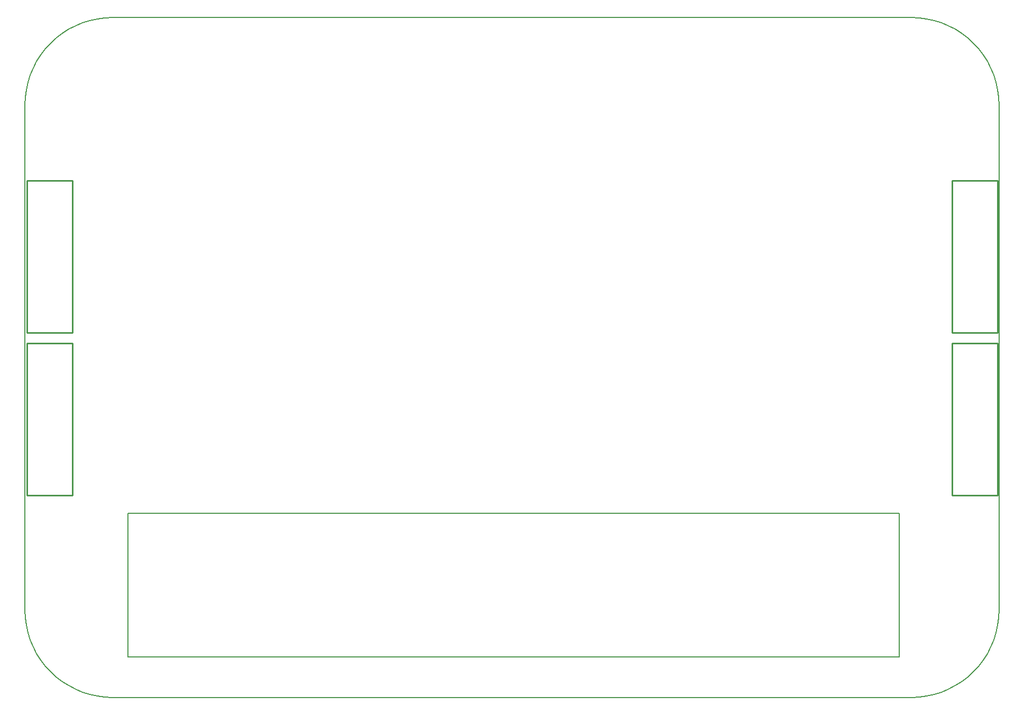
<source format=gbr>
%TF.GenerationSoftware,Altium Limited,Altium NEXUS,2.1.5 (53)*%
G04 Layer_Color=16711935*
%FSLAX44Y44*%
%MOMM*%
%TF.FileFunction,Other,Mechanical_1*%
%TF.Part,Single*%
G01*
G75*
%TA.AperFunction,NonConductor*%
%ADD38C,0.2000*%
%ADD40C,0.2540*%
D38*
X1400000Y213600D02*
Y443600D01*
X165000Y213600D02*
X1400000D01*
X165000D02*
Y443600D01*
X1400000D01*
X1420000Y1238550D02*
X1432202Y1238018D01*
X140000Y1238550D02*
X1420000D01*
X127798Y1238017D02*
X140000Y1238550D01*
X115689Y1236423D02*
X127798Y1238017D01*
X103765Y1233780D02*
X115689Y1236423D01*
X92117Y1230107D02*
X103765Y1233780D01*
X80833Y1225433D02*
X92117Y1230107D01*
X70000Y1219793D02*
X80833Y1225433D01*
X59699Y1213231D02*
X70000Y1219793D01*
X50010Y1205796D02*
X59699Y1213231D01*
X41005Y1197545D02*
X50010Y1205796D01*
X32754Y1188540D02*
X41005Y1197545D01*
X25319Y1178851D02*
X32754Y1188540D01*
X18756Y1168550D02*
X25319Y1178851D01*
X13117Y1157717D02*
X18756Y1168550D01*
X8443Y1146433D02*
X13117Y1157717D01*
X4770Y1134785D02*
X8443Y1146433D01*
X2127Y1122861D02*
X4770Y1134785D01*
X533Y1110752D02*
X2127Y1122861D01*
X0Y1098550D02*
X533Y1110752D01*
X0Y1098550D02*
X0Y288550D01*
X533Y276348D01*
X2127Y264239D01*
X4770Y252315D01*
X8443Y240667D01*
X13117Y229384D01*
X18757Y218550D01*
X25319Y208249D01*
X32754Y198560D01*
X41005Y189555D01*
X50010Y181304D01*
X59699Y173869D01*
X70000Y167306D01*
X80834Y161667D01*
X92117Y156993D01*
X103765Y153320D01*
X115689Y150677D01*
X127798Y149083D01*
X140000Y148550D01*
X1420000Y148550D01*
X1432202Y149083D01*
X1444311Y150677D01*
X1456235Y153321D01*
X1467883Y156993D01*
X1479167Y161667D01*
X1490000Y167307D01*
X1500301Y173869D01*
X1509990Y181304D01*
X1518995Y189555D01*
X1527246Y198560D01*
X1534681Y208249D01*
X1541244Y218550D01*
X1546883Y229384D01*
X1551557Y240667D01*
X1555230Y252316D01*
X1557873Y264240D01*
X1559467Y276348D01*
X1560000Y288550D01*
Y1098550D01*
X1559467Y1110752D02*
X1560000Y1098550D01*
X1557873Y1122861D02*
X1559467Y1110752D01*
X1555230Y1134785D02*
X1557873Y1122861D01*
X1551557Y1146433D02*
X1555230Y1134785D01*
X1546883Y1157717D02*
X1551557Y1146433D01*
X1541244Y1168550D02*
X1546883Y1157717D01*
X1534681Y1178851D02*
X1541244Y1168550D01*
X1527246Y1188541D02*
X1534681Y1178851D01*
X1518995Y1197545D02*
X1527246Y1188541D01*
X1509990Y1205797D02*
X1518995Y1197545D01*
X1500301Y1213231D02*
X1509990Y1205797D01*
X1490000Y1219794D02*
X1500301Y1213231D01*
X1479167Y1225433D02*
X1490000Y1219794D01*
X1467883Y1230107D02*
X1479167Y1225433D01*
X1456235Y1233780D02*
X1467883Y1230107D01*
X1444311Y1236423D02*
X1456235Y1233780D01*
X1432202Y1238018D02*
X1444311Y1236423D01*
D40*
X1485012Y472620D02*
X1557911D01*
Y716460D01*
X1485012D02*
X1557911D01*
X1485012Y472620D02*
Y716460D01*
X2922Y472620D02*
X75821D01*
Y716460D01*
X2922D02*
X75821D01*
X2922Y472620D02*
Y716460D01*
Y733120D02*
X75821D01*
Y976960D01*
X2922D02*
X75821D01*
X2922Y733120D02*
Y976960D01*
X1485012Y733120D02*
X1557911D01*
Y976960D01*
X1485012D02*
X1557911D01*
X1485012Y733120D02*
Y976960D01*
%TF.MD5,e3d7d10ee1e5af0364b39311c7b999f8*%
M02*

</source>
